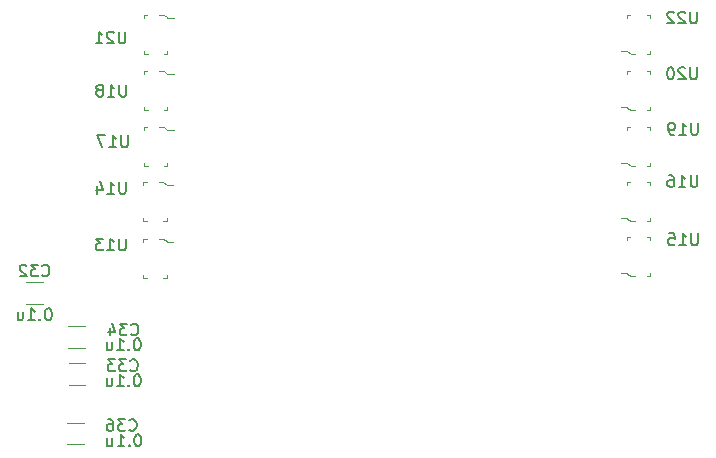
<source format=gbo>
G04 #@! TF.GenerationSoftware,KiCad,Pcbnew,8.0.2*
G04 #@! TF.CreationDate,2024-05-05T06:41:10-04:00*
G04 #@! TF.ProjectId,sdt_lpf,7364745f-6c70-4662-9e6b-696361645f70,rev?*
G04 #@! TF.SameCoordinates,PX62de0f0PY8af5bb0*
G04 #@! TF.FileFunction,Legend,Bot*
G04 #@! TF.FilePolarity,Positive*
%FSLAX46Y46*%
G04 Gerber Fmt 4.6, Leading zero omitted, Abs format (unit mm)*
G04 Created by KiCad (PCBNEW 8.0.2) date 2024-05-05 06:41:10*
%MOMM*%
%LPD*%
G01*
G04 APERTURE LIST*
%ADD10C,0.150000*%
%ADD11C,0.100000*%
%ADD12C,0.120000*%
G04 APERTURE END LIST*
D10*
X11638094Y47695181D02*
X11638094Y46885658D01*
X11638094Y46885658D02*
X11590475Y46790420D01*
X11590475Y46790420D02*
X11542856Y46742800D01*
X11542856Y46742800D02*
X11447618Y46695181D01*
X11447618Y46695181D02*
X11257142Y46695181D01*
X11257142Y46695181D02*
X11161904Y46742800D01*
X11161904Y46742800D02*
X11114285Y46790420D01*
X11114285Y46790420D02*
X11066666Y46885658D01*
X11066666Y46885658D02*
X11066666Y47695181D01*
X10066666Y46695181D02*
X10638094Y46695181D01*
X10352380Y46695181D02*
X10352380Y47695181D01*
X10352380Y47695181D02*
X10447618Y47552324D01*
X10447618Y47552324D02*
X10542856Y47457086D01*
X10542856Y47457086D02*
X10638094Y47409467D01*
X9733332Y47695181D02*
X9066666Y47695181D01*
X9066666Y47695181D02*
X9495237Y46695181D01*
X11438094Y56470181D02*
X11438094Y55660658D01*
X11438094Y55660658D02*
X11390475Y55565420D01*
X11390475Y55565420D02*
X11342856Y55517800D01*
X11342856Y55517800D02*
X11247618Y55470181D01*
X11247618Y55470181D02*
X11057142Y55470181D01*
X11057142Y55470181D02*
X10961904Y55517800D01*
X10961904Y55517800D02*
X10914285Y55565420D01*
X10914285Y55565420D02*
X10866666Y55660658D01*
X10866666Y55660658D02*
X10866666Y56470181D01*
X10438094Y56374943D02*
X10390475Y56422562D01*
X10390475Y56422562D02*
X10295237Y56470181D01*
X10295237Y56470181D02*
X10057142Y56470181D01*
X10057142Y56470181D02*
X9961904Y56422562D01*
X9961904Y56422562D02*
X9914285Y56374943D01*
X9914285Y56374943D02*
X9866666Y56279705D01*
X9866666Y56279705D02*
X9866666Y56184467D01*
X9866666Y56184467D02*
X9914285Y56041610D01*
X9914285Y56041610D02*
X10485713Y55470181D01*
X10485713Y55470181D02*
X9866666Y55470181D01*
X8914285Y55470181D02*
X9485713Y55470181D01*
X9199999Y55470181D02*
X9199999Y56470181D01*
X9199999Y56470181D02*
X9295237Y56327324D01*
X9295237Y56327324D02*
X9390475Y56232086D01*
X9390475Y56232086D02*
X9485713Y56184467D01*
X11767857Y22765420D02*
X11815476Y22717800D01*
X11815476Y22717800D02*
X11958333Y22670181D01*
X11958333Y22670181D02*
X12053571Y22670181D01*
X12053571Y22670181D02*
X12196428Y22717800D01*
X12196428Y22717800D02*
X12291666Y22813039D01*
X12291666Y22813039D02*
X12339285Y22908277D01*
X12339285Y22908277D02*
X12386904Y23098753D01*
X12386904Y23098753D02*
X12386904Y23241610D01*
X12386904Y23241610D02*
X12339285Y23432086D01*
X12339285Y23432086D02*
X12291666Y23527324D01*
X12291666Y23527324D02*
X12196428Y23622562D01*
X12196428Y23622562D02*
X12053571Y23670181D01*
X12053571Y23670181D02*
X11958333Y23670181D01*
X11958333Y23670181D02*
X11815476Y23622562D01*
X11815476Y23622562D02*
X11767857Y23574943D01*
X11434523Y23670181D02*
X10815476Y23670181D01*
X10815476Y23670181D02*
X11148809Y23289229D01*
X11148809Y23289229D02*
X11005952Y23289229D01*
X11005952Y23289229D02*
X10910714Y23241610D01*
X10910714Y23241610D02*
X10863095Y23193991D01*
X10863095Y23193991D02*
X10815476Y23098753D01*
X10815476Y23098753D02*
X10815476Y22860658D01*
X10815476Y22860658D02*
X10863095Y22765420D01*
X10863095Y22765420D02*
X10910714Y22717800D01*
X10910714Y22717800D02*
X11005952Y22670181D01*
X11005952Y22670181D02*
X11291666Y22670181D01*
X11291666Y22670181D02*
X11386904Y22717800D01*
X11386904Y22717800D02*
X11434523Y22765420D01*
X9958333Y23670181D02*
X10148809Y23670181D01*
X10148809Y23670181D02*
X10244047Y23622562D01*
X10244047Y23622562D02*
X10291666Y23574943D01*
X10291666Y23574943D02*
X10386904Y23432086D01*
X10386904Y23432086D02*
X10434523Y23241610D01*
X10434523Y23241610D02*
X10434523Y22860658D01*
X10434523Y22860658D02*
X10386904Y22765420D01*
X10386904Y22765420D02*
X10339285Y22717800D01*
X10339285Y22717800D02*
X10244047Y22670181D01*
X10244047Y22670181D02*
X10053571Y22670181D01*
X10053571Y22670181D02*
X9958333Y22717800D01*
X9958333Y22717800D02*
X9910714Y22765420D01*
X9910714Y22765420D02*
X9863095Y22860658D01*
X9863095Y22860658D02*
X9863095Y23098753D01*
X9863095Y23098753D02*
X9910714Y23193991D01*
X9910714Y23193991D02*
X9958333Y23241610D01*
X9958333Y23241610D02*
X10053571Y23289229D01*
X10053571Y23289229D02*
X10244047Y23289229D01*
X10244047Y23289229D02*
X10339285Y23241610D01*
X10339285Y23241610D02*
X10386904Y23193991D01*
X10386904Y23193991D02*
X10434523Y23098753D01*
X12539285Y22370181D02*
X12444047Y22370181D01*
X12444047Y22370181D02*
X12348809Y22322562D01*
X12348809Y22322562D02*
X12301190Y22274943D01*
X12301190Y22274943D02*
X12253571Y22179705D01*
X12253571Y22179705D02*
X12205952Y21989229D01*
X12205952Y21989229D02*
X12205952Y21751134D01*
X12205952Y21751134D02*
X12253571Y21560658D01*
X12253571Y21560658D02*
X12301190Y21465420D01*
X12301190Y21465420D02*
X12348809Y21417800D01*
X12348809Y21417800D02*
X12444047Y21370181D01*
X12444047Y21370181D02*
X12539285Y21370181D01*
X12539285Y21370181D02*
X12634523Y21417800D01*
X12634523Y21417800D02*
X12682142Y21465420D01*
X12682142Y21465420D02*
X12729761Y21560658D01*
X12729761Y21560658D02*
X12777380Y21751134D01*
X12777380Y21751134D02*
X12777380Y21989229D01*
X12777380Y21989229D02*
X12729761Y22179705D01*
X12729761Y22179705D02*
X12682142Y22274943D01*
X12682142Y22274943D02*
X12634523Y22322562D01*
X12634523Y22322562D02*
X12539285Y22370181D01*
X11777380Y21465420D02*
X11729761Y21417800D01*
X11729761Y21417800D02*
X11777380Y21370181D01*
X11777380Y21370181D02*
X11824999Y21417800D01*
X11824999Y21417800D02*
X11777380Y21465420D01*
X11777380Y21465420D02*
X11777380Y21370181D01*
X10777381Y21370181D02*
X11348809Y21370181D01*
X11063095Y21370181D02*
X11063095Y22370181D01*
X11063095Y22370181D02*
X11158333Y22227324D01*
X11158333Y22227324D02*
X11253571Y22132086D01*
X11253571Y22132086D02*
X11348809Y22084467D01*
X9920238Y22036848D02*
X9920238Y21370181D01*
X10348809Y22036848D02*
X10348809Y21513039D01*
X10348809Y21513039D02*
X10301190Y21417800D01*
X10301190Y21417800D02*
X10205952Y21370181D01*
X10205952Y21370181D02*
X10063095Y21370181D01*
X10063095Y21370181D02*
X9967857Y21417800D01*
X9967857Y21417800D02*
X9920238Y21465420D01*
X11488094Y43745181D02*
X11488094Y42935658D01*
X11488094Y42935658D02*
X11440475Y42840420D01*
X11440475Y42840420D02*
X11392856Y42792800D01*
X11392856Y42792800D02*
X11297618Y42745181D01*
X11297618Y42745181D02*
X11107142Y42745181D01*
X11107142Y42745181D02*
X11011904Y42792800D01*
X11011904Y42792800D02*
X10964285Y42840420D01*
X10964285Y42840420D02*
X10916666Y42935658D01*
X10916666Y42935658D02*
X10916666Y43745181D01*
X9916666Y42745181D02*
X10488094Y42745181D01*
X10202380Y42745181D02*
X10202380Y43745181D01*
X10202380Y43745181D02*
X10297618Y43602324D01*
X10297618Y43602324D02*
X10392856Y43507086D01*
X10392856Y43507086D02*
X10488094Y43459467D01*
X9059523Y43411848D02*
X9059523Y42745181D01*
X9297618Y43792800D02*
X9535713Y43078515D01*
X9535713Y43078515D02*
X8916666Y43078515D01*
X59838094Y58170181D02*
X59838094Y57360658D01*
X59838094Y57360658D02*
X59790475Y57265420D01*
X59790475Y57265420D02*
X59742856Y57217800D01*
X59742856Y57217800D02*
X59647618Y57170181D01*
X59647618Y57170181D02*
X59457142Y57170181D01*
X59457142Y57170181D02*
X59361904Y57217800D01*
X59361904Y57217800D02*
X59314285Y57265420D01*
X59314285Y57265420D02*
X59266666Y57360658D01*
X59266666Y57360658D02*
X59266666Y58170181D01*
X58838094Y58074943D02*
X58790475Y58122562D01*
X58790475Y58122562D02*
X58695237Y58170181D01*
X58695237Y58170181D02*
X58457142Y58170181D01*
X58457142Y58170181D02*
X58361904Y58122562D01*
X58361904Y58122562D02*
X58314285Y58074943D01*
X58314285Y58074943D02*
X58266666Y57979705D01*
X58266666Y57979705D02*
X58266666Y57884467D01*
X58266666Y57884467D02*
X58314285Y57741610D01*
X58314285Y57741610D02*
X58885713Y57170181D01*
X58885713Y57170181D02*
X58266666Y57170181D01*
X57885713Y58074943D02*
X57838094Y58122562D01*
X57838094Y58122562D02*
X57742856Y58170181D01*
X57742856Y58170181D02*
X57504761Y58170181D01*
X57504761Y58170181D02*
X57409523Y58122562D01*
X57409523Y58122562D02*
X57361904Y58074943D01*
X57361904Y58074943D02*
X57314285Y57979705D01*
X57314285Y57979705D02*
X57314285Y57884467D01*
X57314285Y57884467D02*
X57361904Y57741610D01*
X57361904Y57741610D02*
X57933332Y57170181D01*
X57933332Y57170181D02*
X57314285Y57170181D01*
X59863094Y44320181D02*
X59863094Y43510658D01*
X59863094Y43510658D02*
X59815475Y43415420D01*
X59815475Y43415420D02*
X59767856Y43367800D01*
X59767856Y43367800D02*
X59672618Y43320181D01*
X59672618Y43320181D02*
X59482142Y43320181D01*
X59482142Y43320181D02*
X59386904Y43367800D01*
X59386904Y43367800D02*
X59339285Y43415420D01*
X59339285Y43415420D02*
X59291666Y43510658D01*
X59291666Y43510658D02*
X59291666Y44320181D01*
X58291666Y43320181D02*
X58863094Y43320181D01*
X58577380Y43320181D02*
X58577380Y44320181D01*
X58577380Y44320181D02*
X58672618Y44177324D01*
X58672618Y44177324D02*
X58767856Y44082086D01*
X58767856Y44082086D02*
X58863094Y44034467D01*
X57434523Y44320181D02*
X57624999Y44320181D01*
X57624999Y44320181D02*
X57720237Y44272562D01*
X57720237Y44272562D02*
X57767856Y44224943D01*
X57767856Y44224943D02*
X57863094Y44082086D01*
X57863094Y44082086D02*
X57910713Y43891610D01*
X57910713Y43891610D02*
X57910713Y43510658D01*
X57910713Y43510658D02*
X57863094Y43415420D01*
X57863094Y43415420D02*
X57815475Y43367800D01*
X57815475Y43367800D02*
X57720237Y43320181D01*
X57720237Y43320181D02*
X57529761Y43320181D01*
X57529761Y43320181D02*
X57434523Y43367800D01*
X57434523Y43367800D02*
X57386904Y43415420D01*
X57386904Y43415420D02*
X57339285Y43510658D01*
X57339285Y43510658D02*
X57339285Y43748753D01*
X57339285Y43748753D02*
X57386904Y43843991D01*
X57386904Y43843991D02*
X57434523Y43891610D01*
X57434523Y43891610D02*
X57529761Y43939229D01*
X57529761Y43939229D02*
X57720237Y43939229D01*
X57720237Y43939229D02*
X57815475Y43891610D01*
X57815475Y43891610D02*
X57863094Y43843991D01*
X57863094Y43843991D02*
X57910713Y43748753D01*
X11463094Y38945181D02*
X11463094Y38135658D01*
X11463094Y38135658D02*
X11415475Y38040420D01*
X11415475Y38040420D02*
X11367856Y37992800D01*
X11367856Y37992800D02*
X11272618Y37945181D01*
X11272618Y37945181D02*
X11082142Y37945181D01*
X11082142Y37945181D02*
X10986904Y37992800D01*
X10986904Y37992800D02*
X10939285Y38040420D01*
X10939285Y38040420D02*
X10891666Y38135658D01*
X10891666Y38135658D02*
X10891666Y38945181D01*
X9891666Y37945181D02*
X10463094Y37945181D01*
X10177380Y37945181D02*
X10177380Y38945181D01*
X10177380Y38945181D02*
X10272618Y38802324D01*
X10272618Y38802324D02*
X10367856Y38707086D01*
X10367856Y38707086D02*
X10463094Y38659467D01*
X9558332Y38945181D02*
X8939285Y38945181D01*
X8939285Y38945181D02*
X9272618Y38564229D01*
X9272618Y38564229D02*
X9129761Y38564229D01*
X9129761Y38564229D02*
X9034523Y38516610D01*
X9034523Y38516610D02*
X8986904Y38468991D01*
X8986904Y38468991D02*
X8939285Y38373753D01*
X8939285Y38373753D02*
X8939285Y38135658D01*
X8939285Y38135658D02*
X8986904Y38040420D01*
X8986904Y38040420D02*
X9034523Y37992800D01*
X9034523Y37992800D02*
X9129761Y37945181D01*
X9129761Y37945181D02*
X9415475Y37945181D01*
X9415475Y37945181D02*
X9510713Y37992800D01*
X9510713Y37992800D02*
X9558332Y38040420D01*
X11513094Y51970181D02*
X11513094Y51160658D01*
X11513094Y51160658D02*
X11465475Y51065420D01*
X11465475Y51065420D02*
X11417856Y51017800D01*
X11417856Y51017800D02*
X11322618Y50970181D01*
X11322618Y50970181D02*
X11132142Y50970181D01*
X11132142Y50970181D02*
X11036904Y51017800D01*
X11036904Y51017800D02*
X10989285Y51065420D01*
X10989285Y51065420D02*
X10941666Y51160658D01*
X10941666Y51160658D02*
X10941666Y51970181D01*
X9941666Y50970181D02*
X10513094Y50970181D01*
X10227380Y50970181D02*
X10227380Y51970181D01*
X10227380Y51970181D02*
X10322618Y51827324D01*
X10322618Y51827324D02*
X10417856Y51732086D01*
X10417856Y51732086D02*
X10513094Y51684467D01*
X9370237Y51541610D02*
X9465475Y51589229D01*
X9465475Y51589229D02*
X9513094Y51636848D01*
X9513094Y51636848D02*
X9560713Y51732086D01*
X9560713Y51732086D02*
X9560713Y51779705D01*
X9560713Y51779705D02*
X9513094Y51874943D01*
X9513094Y51874943D02*
X9465475Y51922562D01*
X9465475Y51922562D02*
X9370237Y51970181D01*
X9370237Y51970181D02*
X9179761Y51970181D01*
X9179761Y51970181D02*
X9084523Y51922562D01*
X9084523Y51922562D02*
X9036904Y51874943D01*
X9036904Y51874943D02*
X8989285Y51779705D01*
X8989285Y51779705D02*
X8989285Y51732086D01*
X8989285Y51732086D02*
X9036904Y51636848D01*
X9036904Y51636848D02*
X9084523Y51589229D01*
X9084523Y51589229D02*
X9179761Y51541610D01*
X9179761Y51541610D02*
X9370237Y51541610D01*
X9370237Y51541610D02*
X9465475Y51493991D01*
X9465475Y51493991D02*
X9513094Y51446372D01*
X9513094Y51446372D02*
X9560713Y51351134D01*
X9560713Y51351134D02*
X9560713Y51160658D01*
X9560713Y51160658D02*
X9513094Y51065420D01*
X9513094Y51065420D02*
X9465475Y51017800D01*
X9465475Y51017800D02*
X9370237Y50970181D01*
X9370237Y50970181D02*
X9179761Y50970181D01*
X9179761Y50970181D02*
X9084523Y51017800D01*
X9084523Y51017800D02*
X9036904Y51065420D01*
X9036904Y51065420D02*
X8989285Y51160658D01*
X8989285Y51160658D02*
X8989285Y51351134D01*
X8989285Y51351134D02*
X9036904Y51446372D01*
X9036904Y51446372D02*
X9084523Y51493991D01*
X9084523Y51493991D02*
X9179761Y51541610D01*
X11867857Y27815420D02*
X11915476Y27767800D01*
X11915476Y27767800D02*
X12058333Y27720181D01*
X12058333Y27720181D02*
X12153571Y27720181D01*
X12153571Y27720181D02*
X12296428Y27767800D01*
X12296428Y27767800D02*
X12391666Y27863039D01*
X12391666Y27863039D02*
X12439285Y27958277D01*
X12439285Y27958277D02*
X12486904Y28148753D01*
X12486904Y28148753D02*
X12486904Y28291610D01*
X12486904Y28291610D02*
X12439285Y28482086D01*
X12439285Y28482086D02*
X12391666Y28577324D01*
X12391666Y28577324D02*
X12296428Y28672562D01*
X12296428Y28672562D02*
X12153571Y28720181D01*
X12153571Y28720181D02*
X12058333Y28720181D01*
X12058333Y28720181D02*
X11915476Y28672562D01*
X11915476Y28672562D02*
X11867857Y28624943D01*
X11534523Y28720181D02*
X10915476Y28720181D01*
X10915476Y28720181D02*
X11248809Y28339229D01*
X11248809Y28339229D02*
X11105952Y28339229D01*
X11105952Y28339229D02*
X11010714Y28291610D01*
X11010714Y28291610D02*
X10963095Y28243991D01*
X10963095Y28243991D02*
X10915476Y28148753D01*
X10915476Y28148753D02*
X10915476Y27910658D01*
X10915476Y27910658D02*
X10963095Y27815420D01*
X10963095Y27815420D02*
X11010714Y27767800D01*
X11010714Y27767800D02*
X11105952Y27720181D01*
X11105952Y27720181D02*
X11391666Y27720181D01*
X11391666Y27720181D02*
X11486904Y27767800D01*
X11486904Y27767800D02*
X11534523Y27815420D01*
X10582142Y28720181D02*
X9963095Y28720181D01*
X9963095Y28720181D02*
X10296428Y28339229D01*
X10296428Y28339229D02*
X10153571Y28339229D01*
X10153571Y28339229D02*
X10058333Y28291610D01*
X10058333Y28291610D02*
X10010714Y28243991D01*
X10010714Y28243991D02*
X9963095Y28148753D01*
X9963095Y28148753D02*
X9963095Y27910658D01*
X9963095Y27910658D02*
X10010714Y27815420D01*
X10010714Y27815420D02*
X10058333Y27767800D01*
X10058333Y27767800D02*
X10153571Y27720181D01*
X10153571Y27720181D02*
X10439285Y27720181D01*
X10439285Y27720181D02*
X10534523Y27767800D01*
X10534523Y27767800D02*
X10582142Y27815420D01*
X12489285Y27445181D02*
X12394047Y27445181D01*
X12394047Y27445181D02*
X12298809Y27397562D01*
X12298809Y27397562D02*
X12251190Y27349943D01*
X12251190Y27349943D02*
X12203571Y27254705D01*
X12203571Y27254705D02*
X12155952Y27064229D01*
X12155952Y27064229D02*
X12155952Y26826134D01*
X12155952Y26826134D02*
X12203571Y26635658D01*
X12203571Y26635658D02*
X12251190Y26540420D01*
X12251190Y26540420D02*
X12298809Y26492800D01*
X12298809Y26492800D02*
X12394047Y26445181D01*
X12394047Y26445181D02*
X12489285Y26445181D01*
X12489285Y26445181D02*
X12584523Y26492800D01*
X12584523Y26492800D02*
X12632142Y26540420D01*
X12632142Y26540420D02*
X12679761Y26635658D01*
X12679761Y26635658D02*
X12727380Y26826134D01*
X12727380Y26826134D02*
X12727380Y27064229D01*
X12727380Y27064229D02*
X12679761Y27254705D01*
X12679761Y27254705D02*
X12632142Y27349943D01*
X12632142Y27349943D02*
X12584523Y27397562D01*
X12584523Y27397562D02*
X12489285Y27445181D01*
X11727380Y26540420D02*
X11679761Y26492800D01*
X11679761Y26492800D02*
X11727380Y26445181D01*
X11727380Y26445181D02*
X11774999Y26492800D01*
X11774999Y26492800D02*
X11727380Y26540420D01*
X11727380Y26540420D02*
X11727380Y26445181D01*
X10727381Y26445181D02*
X11298809Y26445181D01*
X11013095Y26445181D02*
X11013095Y27445181D01*
X11013095Y27445181D02*
X11108333Y27302324D01*
X11108333Y27302324D02*
X11203571Y27207086D01*
X11203571Y27207086D02*
X11298809Y27159467D01*
X9870238Y27111848D02*
X9870238Y26445181D01*
X10298809Y27111848D02*
X10298809Y26588039D01*
X10298809Y26588039D02*
X10251190Y26492800D01*
X10251190Y26492800D02*
X10155952Y26445181D01*
X10155952Y26445181D02*
X10013095Y26445181D01*
X10013095Y26445181D02*
X9917857Y26492800D01*
X9917857Y26492800D02*
X9870238Y26540420D01*
X59913094Y48745181D02*
X59913094Y47935658D01*
X59913094Y47935658D02*
X59865475Y47840420D01*
X59865475Y47840420D02*
X59817856Y47792800D01*
X59817856Y47792800D02*
X59722618Y47745181D01*
X59722618Y47745181D02*
X59532142Y47745181D01*
X59532142Y47745181D02*
X59436904Y47792800D01*
X59436904Y47792800D02*
X59389285Y47840420D01*
X59389285Y47840420D02*
X59341666Y47935658D01*
X59341666Y47935658D02*
X59341666Y48745181D01*
X58341666Y47745181D02*
X58913094Y47745181D01*
X58627380Y47745181D02*
X58627380Y48745181D01*
X58627380Y48745181D02*
X58722618Y48602324D01*
X58722618Y48602324D02*
X58817856Y48507086D01*
X58817856Y48507086D02*
X58913094Y48459467D01*
X57865475Y47745181D02*
X57674999Y47745181D01*
X57674999Y47745181D02*
X57579761Y47792800D01*
X57579761Y47792800D02*
X57532142Y47840420D01*
X57532142Y47840420D02*
X57436904Y47983277D01*
X57436904Y47983277D02*
X57389285Y48173753D01*
X57389285Y48173753D02*
X57389285Y48554705D01*
X57389285Y48554705D02*
X57436904Y48649943D01*
X57436904Y48649943D02*
X57484523Y48697562D01*
X57484523Y48697562D02*
X57579761Y48745181D01*
X57579761Y48745181D02*
X57770237Y48745181D01*
X57770237Y48745181D02*
X57865475Y48697562D01*
X57865475Y48697562D02*
X57913094Y48649943D01*
X57913094Y48649943D02*
X57960713Y48554705D01*
X57960713Y48554705D02*
X57960713Y48316610D01*
X57960713Y48316610D02*
X57913094Y48221372D01*
X57913094Y48221372D02*
X57865475Y48173753D01*
X57865475Y48173753D02*
X57770237Y48126134D01*
X57770237Y48126134D02*
X57579761Y48126134D01*
X57579761Y48126134D02*
X57484523Y48173753D01*
X57484523Y48173753D02*
X57436904Y48221372D01*
X57436904Y48221372D02*
X57389285Y48316610D01*
X59913094Y39395181D02*
X59913094Y38585658D01*
X59913094Y38585658D02*
X59865475Y38490420D01*
X59865475Y38490420D02*
X59817856Y38442800D01*
X59817856Y38442800D02*
X59722618Y38395181D01*
X59722618Y38395181D02*
X59532142Y38395181D01*
X59532142Y38395181D02*
X59436904Y38442800D01*
X59436904Y38442800D02*
X59389285Y38490420D01*
X59389285Y38490420D02*
X59341666Y38585658D01*
X59341666Y38585658D02*
X59341666Y39395181D01*
X58341666Y38395181D02*
X58913094Y38395181D01*
X58627380Y38395181D02*
X58627380Y39395181D01*
X58627380Y39395181D02*
X58722618Y39252324D01*
X58722618Y39252324D02*
X58817856Y39157086D01*
X58817856Y39157086D02*
X58913094Y39109467D01*
X57436904Y39395181D02*
X57913094Y39395181D01*
X57913094Y39395181D02*
X57960713Y38918991D01*
X57960713Y38918991D02*
X57913094Y38966610D01*
X57913094Y38966610D02*
X57817856Y39014229D01*
X57817856Y39014229D02*
X57579761Y39014229D01*
X57579761Y39014229D02*
X57484523Y38966610D01*
X57484523Y38966610D02*
X57436904Y38918991D01*
X57436904Y38918991D02*
X57389285Y38823753D01*
X57389285Y38823753D02*
X57389285Y38585658D01*
X57389285Y38585658D02*
X57436904Y38490420D01*
X57436904Y38490420D02*
X57484523Y38442800D01*
X57484523Y38442800D02*
X57579761Y38395181D01*
X57579761Y38395181D02*
X57817856Y38395181D01*
X57817856Y38395181D02*
X57913094Y38442800D01*
X57913094Y38442800D02*
X57960713Y38490420D01*
X11917857Y30840420D02*
X11965476Y30792800D01*
X11965476Y30792800D02*
X12108333Y30745181D01*
X12108333Y30745181D02*
X12203571Y30745181D01*
X12203571Y30745181D02*
X12346428Y30792800D01*
X12346428Y30792800D02*
X12441666Y30888039D01*
X12441666Y30888039D02*
X12489285Y30983277D01*
X12489285Y30983277D02*
X12536904Y31173753D01*
X12536904Y31173753D02*
X12536904Y31316610D01*
X12536904Y31316610D02*
X12489285Y31507086D01*
X12489285Y31507086D02*
X12441666Y31602324D01*
X12441666Y31602324D02*
X12346428Y31697562D01*
X12346428Y31697562D02*
X12203571Y31745181D01*
X12203571Y31745181D02*
X12108333Y31745181D01*
X12108333Y31745181D02*
X11965476Y31697562D01*
X11965476Y31697562D02*
X11917857Y31649943D01*
X11584523Y31745181D02*
X10965476Y31745181D01*
X10965476Y31745181D02*
X11298809Y31364229D01*
X11298809Y31364229D02*
X11155952Y31364229D01*
X11155952Y31364229D02*
X11060714Y31316610D01*
X11060714Y31316610D02*
X11013095Y31268991D01*
X11013095Y31268991D02*
X10965476Y31173753D01*
X10965476Y31173753D02*
X10965476Y30935658D01*
X10965476Y30935658D02*
X11013095Y30840420D01*
X11013095Y30840420D02*
X11060714Y30792800D01*
X11060714Y30792800D02*
X11155952Y30745181D01*
X11155952Y30745181D02*
X11441666Y30745181D01*
X11441666Y30745181D02*
X11536904Y30792800D01*
X11536904Y30792800D02*
X11584523Y30840420D01*
X10108333Y31411848D02*
X10108333Y30745181D01*
X10346428Y31792800D02*
X10584523Y31078515D01*
X10584523Y31078515D02*
X9965476Y31078515D01*
X12489285Y30495181D02*
X12394047Y30495181D01*
X12394047Y30495181D02*
X12298809Y30447562D01*
X12298809Y30447562D02*
X12251190Y30399943D01*
X12251190Y30399943D02*
X12203571Y30304705D01*
X12203571Y30304705D02*
X12155952Y30114229D01*
X12155952Y30114229D02*
X12155952Y29876134D01*
X12155952Y29876134D02*
X12203571Y29685658D01*
X12203571Y29685658D02*
X12251190Y29590420D01*
X12251190Y29590420D02*
X12298809Y29542800D01*
X12298809Y29542800D02*
X12394047Y29495181D01*
X12394047Y29495181D02*
X12489285Y29495181D01*
X12489285Y29495181D02*
X12584523Y29542800D01*
X12584523Y29542800D02*
X12632142Y29590420D01*
X12632142Y29590420D02*
X12679761Y29685658D01*
X12679761Y29685658D02*
X12727380Y29876134D01*
X12727380Y29876134D02*
X12727380Y30114229D01*
X12727380Y30114229D02*
X12679761Y30304705D01*
X12679761Y30304705D02*
X12632142Y30399943D01*
X12632142Y30399943D02*
X12584523Y30447562D01*
X12584523Y30447562D02*
X12489285Y30495181D01*
X11727380Y29590420D02*
X11679761Y29542800D01*
X11679761Y29542800D02*
X11727380Y29495181D01*
X11727380Y29495181D02*
X11774999Y29542800D01*
X11774999Y29542800D02*
X11727380Y29590420D01*
X11727380Y29590420D02*
X11727380Y29495181D01*
X10727381Y29495181D02*
X11298809Y29495181D01*
X11013095Y29495181D02*
X11013095Y30495181D01*
X11013095Y30495181D02*
X11108333Y30352324D01*
X11108333Y30352324D02*
X11203571Y30257086D01*
X11203571Y30257086D02*
X11298809Y30209467D01*
X9870238Y30161848D02*
X9870238Y29495181D01*
X10298809Y30161848D02*
X10298809Y29638039D01*
X10298809Y29638039D02*
X10251190Y29542800D01*
X10251190Y29542800D02*
X10155952Y29495181D01*
X10155952Y29495181D02*
X10013095Y29495181D01*
X10013095Y29495181D02*
X9917857Y29542800D01*
X9917857Y29542800D02*
X9870238Y29590420D01*
X59838094Y53445181D02*
X59838094Y52635658D01*
X59838094Y52635658D02*
X59790475Y52540420D01*
X59790475Y52540420D02*
X59742856Y52492800D01*
X59742856Y52492800D02*
X59647618Y52445181D01*
X59647618Y52445181D02*
X59457142Y52445181D01*
X59457142Y52445181D02*
X59361904Y52492800D01*
X59361904Y52492800D02*
X59314285Y52540420D01*
X59314285Y52540420D02*
X59266666Y52635658D01*
X59266666Y52635658D02*
X59266666Y53445181D01*
X58838094Y53349943D02*
X58790475Y53397562D01*
X58790475Y53397562D02*
X58695237Y53445181D01*
X58695237Y53445181D02*
X58457142Y53445181D01*
X58457142Y53445181D02*
X58361904Y53397562D01*
X58361904Y53397562D02*
X58314285Y53349943D01*
X58314285Y53349943D02*
X58266666Y53254705D01*
X58266666Y53254705D02*
X58266666Y53159467D01*
X58266666Y53159467D02*
X58314285Y53016610D01*
X58314285Y53016610D02*
X58885713Y52445181D01*
X58885713Y52445181D02*
X58266666Y52445181D01*
X57647618Y53445181D02*
X57552380Y53445181D01*
X57552380Y53445181D02*
X57457142Y53397562D01*
X57457142Y53397562D02*
X57409523Y53349943D01*
X57409523Y53349943D02*
X57361904Y53254705D01*
X57361904Y53254705D02*
X57314285Y53064229D01*
X57314285Y53064229D02*
X57314285Y52826134D01*
X57314285Y52826134D02*
X57361904Y52635658D01*
X57361904Y52635658D02*
X57409523Y52540420D01*
X57409523Y52540420D02*
X57457142Y52492800D01*
X57457142Y52492800D02*
X57552380Y52445181D01*
X57552380Y52445181D02*
X57647618Y52445181D01*
X57647618Y52445181D02*
X57742856Y52492800D01*
X57742856Y52492800D02*
X57790475Y52540420D01*
X57790475Y52540420D02*
X57838094Y52635658D01*
X57838094Y52635658D02*
X57885713Y52826134D01*
X57885713Y52826134D02*
X57885713Y53064229D01*
X57885713Y53064229D02*
X57838094Y53254705D01*
X57838094Y53254705D02*
X57790475Y53349943D01*
X57790475Y53349943D02*
X57742856Y53397562D01*
X57742856Y53397562D02*
X57647618Y53445181D01*
X4392857Y35840420D02*
X4440476Y35792800D01*
X4440476Y35792800D02*
X4583333Y35745181D01*
X4583333Y35745181D02*
X4678571Y35745181D01*
X4678571Y35745181D02*
X4821428Y35792800D01*
X4821428Y35792800D02*
X4916666Y35888039D01*
X4916666Y35888039D02*
X4964285Y35983277D01*
X4964285Y35983277D02*
X5011904Y36173753D01*
X5011904Y36173753D02*
X5011904Y36316610D01*
X5011904Y36316610D02*
X4964285Y36507086D01*
X4964285Y36507086D02*
X4916666Y36602324D01*
X4916666Y36602324D02*
X4821428Y36697562D01*
X4821428Y36697562D02*
X4678571Y36745181D01*
X4678571Y36745181D02*
X4583333Y36745181D01*
X4583333Y36745181D02*
X4440476Y36697562D01*
X4440476Y36697562D02*
X4392857Y36649943D01*
X4059523Y36745181D02*
X3440476Y36745181D01*
X3440476Y36745181D02*
X3773809Y36364229D01*
X3773809Y36364229D02*
X3630952Y36364229D01*
X3630952Y36364229D02*
X3535714Y36316610D01*
X3535714Y36316610D02*
X3488095Y36268991D01*
X3488095Y36268991D02*
X3440476Y36173753D01*
X3440476Y36173753D02*
X3440476Y35935658D01*
X3440476Y35935658D02*
X3488095Y35840420D01*
X3488095Y35840420D02*
X3535714Y35792800D01*
X3535714Y35792800D02*
X3630952Y35745181D01*
X3630952Y35745181D02*
X3916666Y35745181D01*
X3916666Y35745181D02*
X4011904Y35792800D01*
X4011904Y35792800D02*
X4059523Y35840420D01*
X3059523Y36649943D02*
X3011904Y36697562D01*
X3011904Y36697562D02*
X2916666Y36745181D01*
X2916666Y36745181D02*
X2678571Y36745181D01*
X2678571Y36745181D02*
X2583333Y36697562D01*
X2583333Y36697562D02*
X2535714Y36649943D01*
X2535714Y36649943D02*
X2488095Y36554705D01*
X2488095Y36554705D02*
X2488095Y36459467D01*
X2488095Y36459467D02*
X2535714Y36316610D01*
X2535714Y36316610D02*
X3107142Y35745181D01*
X3107142Y35745181D02*
X2488095Y35745181D01*
X4964285Y33045181D02*
X4869047Y33045181D01*
X4869047Y33045181D02*
X4773809Y32997562D01*
X4773809Y32997562D02*
X4726190Y32949943D01*
X4726190Y32949943D02*
X4678571Y32854705D01*
X4678571Y32854705D02*
X4630952Y32664229D01*
X4630952Y32664229D02*
X4630952Y32426134D01*
X4630952Y32426134D02*
X4678571Y32235658D01*
X4678571Y32235658D02*
X4726190Y32140420D01*
X4726190Y32140420D02*
X4773809Y32092800D01*
X4773809Y32092800D02*
X4869047Y32045181D01*
X4869047Y32045181D02*
X4964285Y32045181D01*
X4964285Y32045181D02*
X5059523Y32092800D01*
X5059523Y32092800D02*
X5107142Y32140420D01*
X5107142Y32140420D02*
X5154761Y32235658D01*
X5154761Y32235658D02*
X5202380Y32426134D01*
X5202380Y32426134D02*
X5202380Y32664229D01*
X5202380Y32664229D02*
X5154761Y32854705D01*
X5154761Y32854705D02*
X5107142Y32949943D01*
X5107142Y32949943D02*
X5059523Y32997562D01*
X5059523Y32997562D02*
X4964285Y33045181D01*
X4202380Y32140420D02*
X4154761Y32092800D01*
X4154761Y32092800D02*
X4202380Y32045181D01*
X4202380Y32045181D02*
X4249999Y32092800D01*
X4249999Y32092800D02*
X4202380Y32140420D01*
X4202380Y32140420D02*
X4202380Y32045181D01*
X3202381Y32045181D02*
X3773809Y32045181D01*
X3488095Y32045181D02*
X3488095Y33045181D01*
X3488095Y33045181D02*
X3583333Y32902324D01*
X3583333Y32902324D02*
X3678571Y32807086D01*
X3678571Y32807086D02*
X3773809Y32759467D01*
X2345238Y32711848D02*
X2345238Y32045181D01*
X2773809Y32711848D02*
X2773809Y32188039D01*
X2773809Y32188039D02*
X2726190Y32092800D01*
X2726190Y32092800D02*
X2630952Y32045181D01*
X2630952Y32045181D02*
X2488095Y32045181D01*
X2488095Y32045181D02*
X2392857Y32092800D01*
X2392857Y32092800D02*
X2345238Y32140420D01*
D11*
X13000000Y48400000D02*
X13000000Y48150000D01*
X13000000Y45100000D02*
X13000000Y45350000D01*
X13300000Y48400000D02*
X13000000Y48400000D01*
X13325000Y45100000D02*
X13000000Y45100000D01*
X14300000Y48400000D02*
X14675000Y48400000D01*
X14700000Y45100000D02*
X15000000Y45100000D01*
X15000000Y48175000D02*
X14675000Y48400000D01*
X15000000Y48150000D02*
X15000000Y48175000D01*
X15000000Y45100000D02*
X15000000Y45350000D01*
X15525000Y48150000D02*
X15000000Y48150000D01*
X13000000Y57900000D02*
X13000000Y57650000D01*
X13000000Y54600000D02*
X13000000Y54850000D01*
X13300000Y57900000D02*
X13000000Y57900000D01*
X13325000Y54600000D02*
X13000000Y54600000D01*
X14300000Y57900000D02*
X14675000Y57900000D01*
X14700000Y54600000D02*
X15000000Y54600000D01*
X15000000Y57675000D02*
X14675000Y57900000D01*
X15000000Y57650000D02*
X15000000Y57675000D01*
X15000000Y54600000D02*
X15000000Y54850000D01*
X15525000Y57650000D02*
X15000000Y57650000D01*
D12*
X6538748Y23360000D02*
X7961252Y23360000D01*
X6538748Y21540000D02*
X7961252Y21540000D01*
D11*
X12950000Y43750000D02*
X12950000Y43500000D01*
X12950000Y40450000D02*
X12950000Y40700000D01*
X13250000Y43750000D02*
X12950000Y43750000D01*
X13275000Y40450000D02*
X12950000Y40450000D01*
X14250000Y43750000D02*
X14625000Y43750000D01*
X14650000Y40450000D02*
X14950000Y40450000D01*
X14950000Y43525000D02*
X14625000Y43750000D01*
X14950000Y43500000D02*
X14950000Y43525000D01*
X14950000Y40450000D02*
X14950000Y40700000D01*
X15475000Y43500000D02*
X14950000Y43500000D01*
X53375000Y54850000D02*
X53900000Y54850000D01*
X53900000Y57900000D02*
X53900000Y57650000D01*
X53900000Y54850000D02*
X53900000Y54825000D01*
X53900000Y54825000D02*
X54225000Y54600000D01*
X54200000Y57900000D02*
X53900000Y57900000D01*
X54600000Y54600000D02*
X54225000Y54600000D01*
X55575000Y57900000D02*
X55900000Y57900000D01*
X55600000Y54600000D02*
X55900000Y54600000D01*
X55900000Y57900000D02*
X55900000Y57650000D01*
X55900000Y54600000D02*
X55900000Y54850000D01*
X53375000Y40650000D02*
X53900000Y40650000D01*
X53900000Y43700000D02*
X53900000Y43450000D01*
X53900000Y40650000D02*
X53900000Y40625000D01*
X53900000Y40625000D02*
X54225000Y40400000D01*
X54200000Y43700000D02*
X53900000Y43700000D01*
X54600000Y40400000D02*
X54225000Y40400000D01*
X55575000Y43700000D02*
X55900000Y43700000D01*
X55600000Y40400000D02*
X55900000Y40400000D01*
X55900000Y43700000D02*
X55900000Y43450000D01*
X55900000Y40400000D02*
X55900000Y40650000D01*
X12950000Y38950000D02*
X12950000Y38700000D01*
X12950000Y35650000D02*
X12950000Y35900000D01*
X13250000Y38950000D02*
X12950000Y38950000D01*
X13275000Y35650000D02*
X12950000Y35650000D01*
X14250000Y38950000D02*
X14625000Y38950000D01*
X14650000Y35650000D02*
X14950000Y35650000D01*
X14950000Y38725000D02*
X14625000Y38950000D01*
X14950000Y38700000D02*
X14950000Y38725000D01*
X14950000Y35650000D02*
X14950000Y35900000D01*
X15475000Y38700000D02*
X14950000Y38700000D01*
X13000000Y53100000D02*
X13000000Y52850000D01*
X13000000Y49800000D02*
X13000000Y50050000D01*
X13300000Y53100000D02*
X13000000Y53100000D01*
X13325000Y49800000D02*
X13000000Y49800000D01*
X14300000Y53100000D02*
X14675000Y53100000D01*
X14700000Y49800000D02*
X15000000Y49800000D01*
X15000000Y52875000D02*
X14675000Y53100000D01*
X15000000Y52850000D02*
X15000000Y52875000D01*
X15000000Y49800000D02*
X15000000Y50050000D01*
X15525000Y52850000D02*
X15000000Y52850000D01*
D12*
X6638748Y28410000D02*
X8061252Y28410000D01*
X6638748Y26590000D02*
X8061252Y26590000D01*
D11*
X53375000Y45350000D02*
X53900000Y45350000D01*
X53900000Y48400000D02*
X53900000Y48150000D01*
X53900000Y45350000D02*
X53900000Y45325000D01*
X53900000Y45325000D02*
X54225000Y45100000D01*
X54200000Y48400000D02*
X53900000Y48400000D01*
X54600000Y45100000D02*
X54225000Y45100000D01*
X55575000Y48400000D02*
X55900000Y48400000D01*
X55600000Y45100000D02*
X55900000Y45100000D01*
X55900000Y48400000D02*
X55900000Y48150000D01*
X55900000Y45100000D02*
X55900000Y45350000D01*
X53375000Y36000000D02*
X53900000Y36000000D01*
X53900000Y39050000D02*
X53900000Y38800000D01*
X53900000Y36000000D02*
X53900000Y35975000D01*
X53900000Y35975000D02*
X54225000Y35750000D01*
X54200000Y39050000D02*
X53900000Y39050000D01*
X54600000Y35750000D02*
X54225000Y35750000D01*
X55575000Y39050000D02*
X55900000Y39050000D01*
X55600000Y35750000D02*
X55900000Y35750000D01*
X55900000Y39050000D02*
X55900000Y38800000D01*
X55900000Y35750000D02*
X55900000Y36000000D01*
D12*
X6588748Y31510000D02*
X8011252Y31510000D01*
X6588748Y29690000D02*
X8011252Y29690000D01*
D11*
X53375000Y50050000D02*
X53900000Y50050000D01*
X53900000Y53100000D02*
X53900000Y52850000D01*
X53900000Y50050000D02*
X53900000Y50025000D01*
X53900000Y50025000D02*
X54225000Y49800000D01*
X54200000Y53100000D02*
X53900000Y53100000D01*
X54600000Y49800000D02*
X54225000Y49800000D01*
X55575000Y53100000D02*
X55900000Y53100000D01*
X55600000Y49800000D02*
X55900000Y49800000D01*
X55900000Y53100000D02*
X55900000Y52850000D01*
X55900000Y49800000D02*
X55900000Y50050000D01*
D12*
X3038748Y35260000D02*
X4461252Y35260000D01*
X3038748Y33440000D02*
X4461252Y33440000D01*
M02*

</source>
